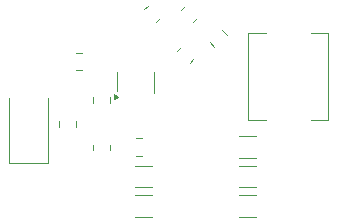
<source format=gbr>
%TF.GenerationSoftware,KiCad,Pcbnew,8.0.6*%
%TF.CreationDate,2024-12-11T22:55:20+08:00*%
%TF.ProjectId,mp2236_power_driver,6d703232-3336-45f7-906f-7765725f6472,rev?*%
%TF.SameCoordinates,Original*%
%TF.FileFunction,Legend,Top*%
%TF.FilePolarity,Positive*%
%FSLAX46Y46*%
G04 Gerber Fmt 4.6, Leading zero omitted, Abs format (unit mm)*
G04 Created by KiCad (PCBNEW 8.0.6) date 2024-12-11 22:55:20*
%MOMM*%
%LPD*%
G01*
G04 APERTURE LIST*
%ADD10C,0.120000*%
G04 APERTURE END LIST*
D10*
X122040835Y-61519718D02*
X121719718Y-61840835D01*
X123080282Y-62559165D02*
X122759165Y-62880282D01*
X130500000Y-63800000D02*
X130500000Y-71200000D01*
X130500000Y-63800000D02*
X132000000Y-63800000D01*
X130500000Y-71200000D02*
X132000000Y-71200000D01*
X137300000Y-63800000D02*
X135800000Y-63800000D01*
X137300000Y-71200000D02*
X135800000Y-71200000D01*
X137300000Y-71200000D02*
X137300000Y-63800000D01*
X131173752Y-72590000D02*
X129751248Y-72590000D01*
X131173752Y-74410000D02*
X129751248Y-74410000D01*
X131173752Y-77590000D02*
X129751248Y-77590000D01*
X131173752Y-79410000D02*
X129751248Y-79410000D01*
X115972936Y-65515000D02*
X116427064Y-65515000D01*
X115972936Y-66985000D02*
X116427064Y-66985000D01*
X131173752Y-75090000D02*
X129751248Y-75090000D01*
X131173752Y-76910000D02*
X129751248Y-76910000D01*
X127295543Y-64634990D02*
X127665010Y-65004457D01*
X128334990Y-63595543D02*
X128704457Y-63965010D01*
X120988748Y-72765000D02*
X121511252Y-72765000D01*
X120988748Y-74235000D02*
X121511252Y-74235000D01*
X125165010Y-61530898D02*
X124795543Y-61900365D01*
X126204457Y-62570345D02*
X125834990Y-62939812D01*
X117365000Y-69761252D02*
X117365000Y-69238748D01*
X118835000Y-69761252D02*
X118835000Y-69238748D01*
X124519718Y-65340835D02*
X124840835Y-65019718D01*
X125559165Y-66380282D02*
X125880282Y-66059165D01*
X119445000Y-67920000D02*
X119445000Y-67120000D01*
X119445000Y-67920000D02*
X119445000Y-68720000D01*
X122515000Y-68880000D02*
X122515000Y-67120000D01*
X119520000Y-69220000D02*
X119190000Y-69460000D01*
X119190000Y-68980000D01*
X119520000Y-69220000D01*
G36*
X119520000Y-69220000D02*
G01*
X119190000Y-69460000D01*
X119190000Y-68980000D01*
X119520000Y-69220000D01*
G37*
X110250000Y-74810000D02*
X110250000Y-69300000D01*
X110250000Y-74810000D02*
X113550000Y-74810000D01*
X113550000Y-74810000D02*
X113550000Y-69300000D01*
X120951248Y-77590000D02*
X122373752Y-77590000D01*
X120951248Y-79410000D02*
X122373752Y-79410000D01*
X117365000Y-73752064D02*
X117365000Y-73297936D01*
X118835000Y-73752064D02*
X118835000Y-73297936D01*
X120951248Y-75090000D02*
X122373752Y-75090000D01*
X120951248Y-76910000D02*
X122373752Y-76910000D01*
X114465000Y-71752064D02*
X114465000Y-71297936D01*
X115935000Y-71752064D02*
X115935000Y-71297936D01*
M02*

</source>
